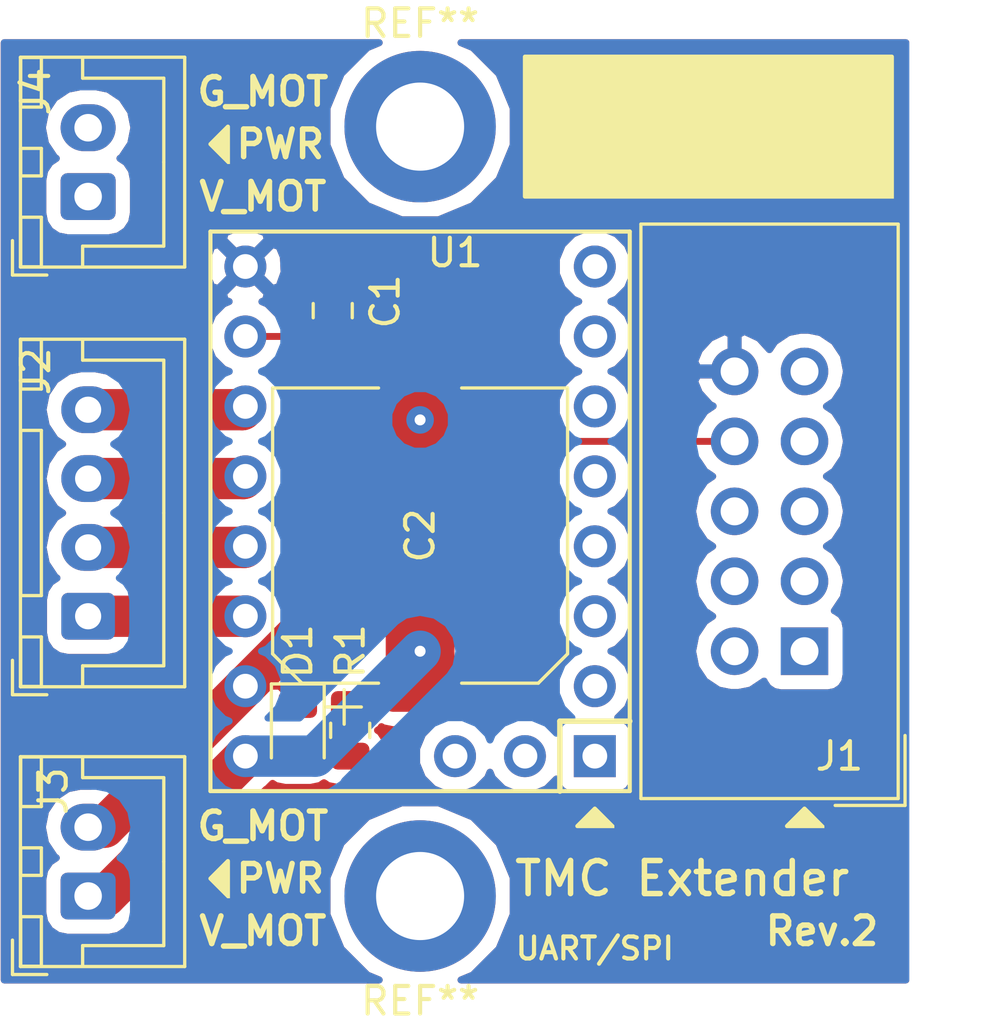
<source format=kicad_pcb>
(kicad_pcb (version 20171130) (host pcbnew 5.0.2+dfsg1-1)

  (general
    (thickness 1.6)
    (drawings 16)
    (tracks 67)
    (zones 0)
    (modules 11)
    (nets 18)
  )

  (page A4)
  (layers
    (0 F.Cu signal)
    (1 In1.Cu signal)
    (2 In2.Cu signal)
    (31 B.Cu signal)
    (32 B.Adhes user)
    (33 F.Adhes user)
    (34 B.Paste user)
    (35 F.Paste user)
    (36 B.SilkS user)
    (37 F.SilkS user)
    (38 B.Mask user)
    (39 F.Mask user)
    (40 Dwgs.User user)
    (41 Cmts.User user)
    (42 Eco1.User user)
    (43 Eco2.User user)
    (44 Edge.Cuts user)
    (45 Margin user)
    (46 B.CrtYd user)
    (47 F.CrtYd user)
    (48 B.Fab user)
    (49 F.Fab user)
  )

  (setup
    (last_trace_width 0.25)
    (trace_clearance 0.2)
    (zone_clearance 0.508)
    (zone_45_only no)
    (trace_min 0.2)
    (segment_width 0.2)
    (edge_width 0.15)
    (via_size 0.8)
    (via_drill 0.4)
    (via_min_size 0.4)
    (via_min_drill 0.3)
    (uvia_size 0.3)
    (uvia_drill 0.1)
    (uvias_allowed no)
    (uvia_min_size 0.2)
    (uvia_min_drill 0.1)
    (pcb_text_width 0.3)
    (pcb_text_size 1.5 1.5)
    (mod_edge_width 0.15)
    (mod_text_size 1 1)
    (mod_text_width 0.15)
    (pad_size 1.524 1.524)
    (pad_drill 0.762)
    (pad_to_mask_clearance 0.051)
    (solder_mask_min_width 0.25)
    (aux_axis_origin 0 0)
    (visible_elements FFFFFF7F)
    (pcbplotparams
      (layerselection 0x010fc_ffffffff)
      (usegerberextensions false)
      (usegerberattributes false)
      (usegerberadvancedattributes false)
      (creategerberjobfile false)
      (excludeedgelayer true)
      (linewidth 0.100000)
      (plotframeref false)
      (viasonmask false)
      (mode 1)
      (useauxorigin false)
      (hpglpennumber 1)
      (hpglpenspeed 20)
      (hpglpendiameter 15.000000)
      (psnegative false)
      (psa4output false)
      (plotreference true)
      (plotvalue true)
      (plotinvisibletext false)
      (padsonsilk false)
      (subtractmaskfromsilk false)
      (outputformat 1)
      (mirror false)
      (drillshape 1)
      (scaleselection 1)
      (outputdirectory ""))
  )

  (net 0 "")
  (net 1 VIO)
  (net 2 GND)
  (net 3 V_MOT)
  (net 4 G_MOT)
  (net 5 "Net-(D1-Pad2)")
  (net 6 EN)
  (net 7 DIAG)
  (net 8 MISO)
  (net 9 STEP)
  (net 10 SCK)
  (net 11 DIR)
  (net 12 CS)
  (net 13 MOSI)
  (net 14 "Net-(J2-Pad1)")
  (net 15 "Net-(J2-Pad2)")
  (net 16 "Net-(J2-Pad3)")
  (net 17 "Net-(J2-Pad4)")

  (net_class Default "This is the default net class."
    (clearance 0.2)
    (trace_width 0.25)
    (via_dia 0.8)
    (via_drill 0.4)
    (uvia_dia 0.3)
    (uvia_drill 0.1)
    (add_net CS)
    (add_net DIAG)
    (add_net DIR)
    (add_net EN)
    (add_net GND)
    (add_net G_MOT)
    (add_net MISO)
    (add_net MOSI)
    (add_net "Net-(D1-Pad2)")
    (add_net "Net-(J2-Pad1)")
    (add_net "Net-(J2-Pad2)")
    (add_net "Net-(J2-Pad3)")
    (add_net "Net-(J2-Pad4)")
    (add_net SCK)
    (add_net STEP)
    (add_net VIO)
    (add_net V_MOT)
  )

  (module Capacitor_SMD:C_0805_2012Metric (layer F.Cu) (tedit 5B36C52B) (tstamp 614E58D6)
    (at 145.415 81.6125 90)
    (descr "Capacitor SMD 0805 (2012 Metric), square (rectangular) end terminal, IPC_7351 nominal, (Body size source: https://docs.google.com/spreadsheets/d/1BsfQQcO9C6DZCsRaXUlFlo91Tg2WpOkGARC1WS5S8t0/edit?usp=sharing), generated with kicad-footprint-generator")
    (tags capacitor)
    (path /614AE4D6)
    (attr smd)
    (fp_text reference C1 (at 0.3325 1.905 90) (layer F.SilkS)
      (effects (font (size 1 1) (thickness 0.15)))
    )
    (fp_text value 100n (at 0 1.65 90) (layer F.Fab)
      (effects (font (size 1 1) (thickness 0.15)))
    )
    (fp_line (start -1 0.6) (end -1 -0.6) (layer F.Fab) (width 0.1))
    (fp_line (start -1 -0.6) (end 1 -0.6) (layer F.Fab) (width 0.1))
    (fp_line (start 1 -0.6) (end 1 0.6) (layer F.Fab) (width 0.1))
    (fp_line (start 1 0.6) (end -1 0.6) (layer F.Fab) (width 0.1))
    (fp_line (start -0.258578 -0.71) (end 0.258578 -0.71) (layer F.SilkS) (width 0.12))
    (fp_line (start -0.258578 0.71) (end 0.258578 0.71) (layer F.SilkS) (width 0.12))
    (fp_line (start -1.68 0.95) (end -1.68 -0.95) (layer F.CrtYd) (width 0.05))
    (fp_line (start -1.68 -0.95) (end 1.68 -0.95) (layer F.CrtYd) (width 0.05))
    (fp_line (start 1.68 -0.95) (end 1.68 0.95) (layer F.CrtYd) (width 0.05))
    (fp_line (start 1.68 0.95) (end -1.68 0.95) (layer F.CrtYd) (width 0.05))
    (fp_text user %R (at 0 0 90) (layer F.Fab)
      (effects (font (size 0.5 0.5) (thickness 0.08)))
    )
    (pad 1 smd roundrect (at -0.9375 0 90) (size 0.975 1.4) (layers F.Cu F.Paste F.Mask) (roundrect_rratio 0.25)
      (net 1 VIO))
    (pad 2 smd roundrect (at 0.9375 0 90) (size 0.975 1.4) (layers F.Cu F.Paste F.Mask) (roundrect_rratio 0.25)
      (net 2 GND))
    (model ${KISYS3DMOD}/Capacitor_SMD.3dshapes/C_0805_2012Metric.wrl
      (at (xyz 0 0 0))
      (scale (xyz 1 1 1))
      (rotate (xyz 0 0 0))
    )
  )

  (module Capacitor_SMD:CP_Elec_10x10.5 (layer F.Cu) (tedit 5BCA39D1) (tstamp 614E58FE)
    (at 148.59 89.78 90)
    (descr "SMD capacitor, aluminum electrolytic, Vishay 1010, 10.0x10.5mm, http://www.vishay.com/docs/28395/150crz.pdf")
    (tags "capacitor electrolytic")
    (path /614AE575)
    (attr smd)
    (fp_text reference C2 (at 0 0 90) (layer F.SilkS)
      (effects (font (size 1 1) (thickness 0.15)))
    )
    (fp_text value 100u (at 0 6.3 90) (layer F.Fab)
      (effects (font (size 1 1) (thickness 0.15)))
    )
    (fp_circle (center 0 0) (end 5 0) (layer F.Fab) (width 0.1))
    (fp_line (start 5.25 -5.25) (end 5.25 5.25) (layer F.Fab) (width 0.1))
    (fp_line (start -4.25 -5.25) (end 5.25 -5.25) (layer F.Fab) (width 0.1))
    (fp_line (start -4.25 5.25) (end 5.25 5.25) (layer F.Fab) (width 0.1))
    (fp_line (start -5.25 -4.25) (end -5.25 4.25) (layer F.Fab) (width 0.1))
    (fp_line (start -5.25 -4.25) (end -4.25 -5.25) (layer F.Fab) (width 0.1))
    (fp_line (start -5.25 4.25) (end -4.25 5.25) (layer F.Fab) (width 0.1))
    (fp_line (start -4.558325 -1.7) (end -3.558325 -1.7) (layer F.Fab) (width 0.1))
    (fp_line (start -4.058325 -2.2) (end -4.058325 -1.2) (layer F.Fab) (width 0.1))
    (fp_line (start 5.36 5.36) (end 5.36 1.51) (layer F.SilkS) (width 0.12))
    (fp_line (start 5.36 -5.36) (end 5.36 -1.51) (layer F.SilkS) (width 0.12))
    (fp_line (start -4.295563 -5.36) (end 5.36 -5.36) (layer F.SilkS) (width 0.12))
    (fp_line (start -4.295563 5.36) (end 5.36 5.36) (layer F.SilkS) (width 0.12))
    (fp_line (start -5.36 4.295563) (end -5.36 1.51) (layer F.SilkS) (width 0.12))
    (fp_line (start -5.36 -4.295563) (end -5.36 -1.51) (layer F.SilkS) (width 0.12))
    (fp_line (start -5.36 -4.295563) (end -4.295563 -5.36) (layer F.SilkS) (width 0.12))
    (fp_line (start -5.36 4.295563) (end -4.295563 5.36) (layer F.SilkS) (width 0.12))
    (fp_line (start -6.85 -2.76) (end -5.6 -2.76) (layer F.SilkS) (width 0.12))
    (fp_line (start -6.225 -3.385) (end -6.225 -2.135) (layer F.SilkS) (width 0.12))
    (fp_line (start 5.5 -5.5) (end 5.5 -1.5) (layer F.CrtYd) (width 0.05))
    (fp_line (start 5.5 -1.5) (end 6.65 -1.5) (layer F.CrtYd) (width 0.05))
    (fp_line (start 6.65 -1.5) (end 6.65 1.5) (layer F.CrtYd) (width 0.05))
    (fp_line (start 6.65 1.5) (end 5.5 1.5) (layer F.CrtYd) (width 0.05))
    (fp_line (start 5.5 1.5) (end 5.5 5.5) (layer F.CrtYd) (width 0.05))
    (fp_line (start -4.35 5.5) (end 5.5 5.5) (layer F.CrtYd) (width 0.05))
    (fp_line (start -4.35 -5.5) (end 5.5 -5.5) (layer F.CrtYd) (width 0.05))
    (fp_line (start -5.5 4.35) (end -4.35 5.5) (layer F.CrtYd) (width 0.05))
    (fp_line (start -5.5 -4.35) (end -4.35 -5.5) (layer F.CrtYd) (width 0.05))
    (fp_line (start -5.5 -4.35) (end -5.5 -1.5) (layer F.CrtYd) (width 0.05))
    (fp_line (start -5.5 1.5) (end -5.5 4.35) (layer F.CrtYd) (width 0.05))
    (fp_line (start -5.5 -1.5) (end -6.65 -1.5) (layer F.CrtYd) (width 0.05))
    (fp_line (start -6.65 -1.5) (end -6.65 1.5) (layer F.CrtYd) (width 0.05))
    (fp_line (start -6.65 1.5) (end -5.5 1.5) (layer F.CrtYd) (width 0.05))
    (fp_text user %R (at 0 0 90) (layer F.Fab)
      (effects (font (size 1 1) (thickness 0.15)))
    )
    (pad 1 smd roundrect (at -4.2 0 90) (size 4.4 2.5) (layers F.Cu F.Paste F.Mask) (roundrect_rratio 0.1)
      (net 3 V_MOT))
    (pad 2 smd roundrect (at 4.2 0 90) (size 4.4 2.5) (layers F.Cu F.Paste F.Mask) (roundrect_rratio 0.1)
      (net 4 G_MOT))
    (model ${KISYS3DMOD}/Capacitor_SMD.3dshapes/CP_Elec_10x10.5.wrl
      (at (xyz 0 0 0))
      (scale (xyz 1 1 1))
      (rotate (xyz 0 0 0))
    )
  )

  (module LED_SMD:LED_0805_2012Metric (layer F.Cu) (tedit 5B36C52C) (tstamp 614E5911)
    (at 144.145 96.8525 270)
    (descr "LED SMD 0805 (2012 Metric), square (rectangular) end terminal, IPC_7351 nominal, (Body size source: https://docs.google.com/spreadsheets/d/1BsfQQcO9C6DZCsRaXUlFlo91Tg2WpOkGARC1WS5S8t0/edit?usp=sharing), generated with kicad-footprint-generator")
    (tags diode)
    (path /614B006B)
    (attr smd)
    (fp_text reference D1 (at -2.8725 0 270) (layer F.SilkS)
      (effects (font (size 1 1) (thickness 0.15)))
    )
    (fp_text value LED (at 0 1.65 270) (layer F.Fab)
      (effects (font (size 1 1) (thickness 0.15)))
    )
    (fp_line (start 1 -0.6) (end -0.7 -0.6) (layer F.Fab) (width 0.1))
    (fp_line (start -0.7 -0.6) (end -1 -0.3) (layer F.Fab) (width 0.1))
    (fp_line (start -1 -0.3) (end -1 0.6) (layer F.Fab) (width 0.1))
    (fp_line (start -1 0.6) (end 1 0.6) (layer F.Fab) (width 0.1))
    (fp_line (start 1 0.6) (end 1 -0.6) (layer F.Fab) (width 0.1))
    (fp_line (start 1 -0.96) (end -1.685 -0.96) (layer F.SilkS) (width 0.12))
    (fp_line (start -1.685 -0.96) (end -1.685 0.96) (layer F.SilkS) (width 0.12))
    (fp_line (start -1.685 0.96) (end 1 0.96) (layer F.SilkS) (width 0.12))
    (fp_line (start -1.68 0.95) (end -1.68 -0.95) (layer F.CrtYd) (width 0.05))
    (fp_line (start -1.68 -0.95) (end 1.68 -0.95) (layer F.CrtYd) (width 0.05))
    (fp_line (start 1.68 -0.95) (end 1.68 0.95) (layer F.CrtYd) (width 0.05))
    (fp_line (start 1.68 0.95) (end -1.68 0.95) (layer F.CrtYd) (width 0.05))
    (fp_text user %R (at 0 0 270) (layer F.Fab)
      (effects (font (size 0.5 0.5) (thickness 0.08)))
    )
    (pad 1 smd roundrect (at -0.9375 0 270) (size 0.975 1.4) (layers F.Cu F.Paste F.Mask) (roundrect_rratio 0.25)
      (net 4 G_MOT))
    (pad 2 smd roundrect (at 0.9375 0 270) (size 0.975 1.4) (layers F.Cu F.Paste F.Mask) (roundrect_rratio 0.25)
      (net 5 "Net-(D1-Pad2)"))
    (model ${KISYS3DMOD}/LED_SMD.3dshapes/LED_0805_2012Metric.wrl
      (at (xyz 0 0 0))
      (scale (xyz 1 1 1))
      (rotate (xyz 0 0 0))
    )
  )

  (module Connector_IDC:IDC-Header_2x05_P2.54mm_Vertical (layer F.Cu) (tedit 59DE0611) (tstamp 614E5939)
    (at 162.56 93.98 180)
    (descr "Through hole straight IDC box header, 2x05, 2.54mm pitch, double rows")
    (tags "Through hole IDC box header THT 2x05 2.54mm double row")
    (path /614AE443)
    (fp_text reference J1 (at -1.27 -3.81 180) (layer F.SilkS)
      (effects (font (size 1 1) (thickness 0.15)))
    )
    (fp_text value Conn_02x05_Odd_Even (at 1.27 16.764 180) (layer F.Fab)
      (effects (font (size 1 1) (thickness 0.15)))
    )
    (fp_text user %R (at 1.27 5.08 180) (layer F.Fab)
      (effects (font (size 1 1) (thickness 0.15)))
    )
    (fp_line (start 5.695 -5.1) (end 5.695 15.26) (layer F.Fab) (width 0.1))
    (fp_line (start 5.145 -4.56) (end 5.145 14.7) (layer F.Fab) (width 0.1))
    (fp_line (start -3.155 -5.1) (end -3.155 15.26) (layer F.Fab) (width 0.1))
    (fp_line (start -2.605 -4.56) (end -2.605 2.83) (layer F.Fab) (width 0.1))
    (fp_line (start -2.605 7.33) (end -2.605 14.7) (layer F.Fab) (width 0.1))
    (fp_line (start -2.605 2.83) (end -3.155 2.83) (layer F.Fab) (width 0.1))
    (fp_line (start -2.605 7.33) (end -3.155 7.33) (layer F.Fab) (width 0.1))
    (fp_line (start 5.695 -5.1) (end -3.155 -5.1) (layer F.Fab) (width 0.1))
    (fp_line (start 5.145 -4.56) (end -2.605 -4.56) (layer F.Fab) (width 0.1))
    (fp_line (start 5.695 15.26) (end -3.155 15.26) (layer F.Fab) (width 0.1))
    (fp_line (start 5.145 14.7) (end -2.605 14.7) (layer F.Fab) (width 0.1))
    (fp_line (start 5.695 -5.1) (end 5.145 -4.56) (layer F.Fab) (width 0.1))
    (fp_line (start 5.695 15.26) (end 5.145 14.7) (layer F.Fab) (width 0.1))
    (fp_line (start -3.155 -5.1) (end -2.605 -4.56) (layer F.Fab) (width 0.1))
    (fp_line (start -3.155 15.26) (end -2.605 14.7) (layer F.Fab) (width 0.1))
    (fp_line (start 5.95 -5.35) (end 5.95 15.51) (layer F.CrtYd) (width 0.05))
    (fp_line (start 5.95 15.51) (end -3.41 15.51) (layer F.CrtYd) (width 0.05))
    (fp_line (start -3.41 15.51) (end -3.41 -5.35) (layer F.CrtYd) (width 0.05))
    (fp_line (start -3.41 -5.35) (end 5.95 -5.35) (layer F.CrtYd) (width 0.05))
    (fp_line (start 5.945 -5.35) (end 5.945 15.51) (layer F.SilkS) (width 0.12))
    (fp_line (start 5.945 15.51) (end -3.405 15.51) (layer F.SilkS) (width 0.12))
    (fp_line (start -3.405 15.51) (end -3.405 -5.35) (layer F.SilkS) (width 0.12))
    (fp_line (start -3.405 -5.35) (end 5.945 -5.35) (layer F.SilkS) (width 0.12))
    (fp_line (start -3.655 -5.6) (end -3.655 -3.06) (layer F.SilkS) (width 0.12))
    (fp_line (start -3.655 -5.6) (end -1.115 -5.6) (layer F.SilkS) (width 0.12))
    (pad 1 thru_hole rect (at 0 0 180) (size 1.7272 1.7272) (drill 1.016) (layers *.Cu *.Mask)
      (net 6 EN))
    (pad 2 thru_hole oval (at 2.54 0 180) (size 1.7272 1.7272) (drill 1.016) (layers *.Cu *.Mask)
      (net 7 DIAG))
    (pad 3 thru_hole oval (at 0 2.54 180) (size 1.7272 1.7272) (drill 1.016) (layers *.Cu *.Mask)
      (net 8 MISO))
    (pad 4 thru_hole oval (at 2.54 2.54 180) (size 1.7272 1.7272) (drill 1.016) (layers *.Cu *.Mask)
      (net 9 STEP))
    (pad 5 thru_hole oval (at 0 5.08 180) (size 1.7272 1.7272) (drill 1.016) (layers *.Cu *.Mask)
      (net 10 SCK))
    (pad 6 thru_hole oval (at 2.54 5.08 180) (size 1.7272 1.7272) (drill 1.016) (layers *.Cu *.Mask)
      (net 11 DIR))
    (pad 7 thru_hole oval (at 0 7.62 180) (size 1.7272 1.7272) (drill 1.016) (layers *.Cu *.Mask)
      (net 12 CS))
    (pad 8 thru_hole oval (at 2.54 7.62 180) (size 1.7272 1.7272) (drill 1.016) (layers *.Cu *.Mask)
      (net 1 VIO))
    (pad 9 thru_hole oval (at 0 10.16 180) (size 1.7272 1.7272) (drill 1.016) (layers *.Cu *.Mask)
      (net 13 MOSI))
    (pad 10 thru_hole oval (at 2.54 10.16 180) (size 1.7272 1.7272) (drill 1.016) (layers *.Cu *.Mask)
      (net 2 GND))
    (model ${KISYS3DMOD}/Connector_IDC.3dshapes/IDC-Header_2x05_P2.54mm_Vertical.wrl
      (at (xyz 0 0 0))
      (scale (xyz 1 1 1))
      (rotate (xyz 0 0 0))
    )
  )

  (module Connector_JST:JST_XH_B04B-XH-A_1x04_P2.50mm_Vertical (layer F.Cu) (tedit 5B7754C5) (tstamp 614E5964)
    (at 136.525 92.71 90)
    (descr "JST XH series connector, B04B-XH-A (http://www.jst-mfg.com/product/pdf/eng/eXH.pdf), generated with kicad-footprint-generator")
    (tags "connector JST XH side entry")
    (path /614AE678)
    (fp_text reference J2 (at 8.89 -1.905 90) (layer F.SilkS)
      (effects (font (size 1 1) (thickness 0.15)))
    )
    (fp_text value Motor (at 3.75 4.6 90) (layer F.Fab)
      (effects (font (size 1 1) (thickness 0.15)))
    )
    (fp_line (start -2.45 -2.35) (end -2.45 3.4) (layer F.Fab) (width 0.1))
    (fp_line (start -2.45 3.4) (end 9.95 3.4) (layer F.Fab) (width 0.1))
    (fp_line (start 9.95 3.4) (end 9.95 -2.35) (layer F.Fab) (width 0.1))
    (fp_line (start 9.95 -2.35) (end -2.45 -2.35) (layer F.Fab) (width 0.1))
    (fp_line (start -2.56 -2.46) (end -2.56 3.51) (layer F.SilkS) (width 0.12))
    (fp_line (start -2.56 3.51) (end 10.06 3.51) (layer F.SilkS) (width 0.12))
    (fp_line (start 10.06 3.51) (end 10.06 -2.46) (layer F.SilkS) (width 0.12))
    (fp_line (start 10.06 -2.46) (end -2.56 -2.46) (layer F.SilkS) (width 0.12))
    (fp_line (start -2.95 -2.85) (end -2.95 3.9) (layer F.CrtYd) (width 0.05))
    (fp_line (start -2.95 3.9) (end 10.45 3.9) (layer F.CrtYd) (width 0.05))
    (fp_line (start 10.45 3.9) (end 10.45 -2.85) (layer F.CrtYd) (width 0.05))
    (fp_line (start 10.45 -2.85) (end -2.95 -2.85) (layer F.CrtYd) (width 0.05))
    (fp_line (start -0.625 -2.35) (end 0 -1.35) (layer F.Fab) (width 0.1))
    (fp_line (start 0 -1.35) (end 0.625 -2.35) (layer F.Fab) (width 0.1))
    (fp_line (start 0.75 -2.45) (end 0.75 -1.7) (layer F.SilkS) (width 0.12))
    (fp_line (start 0.75 -1.7) (end 6.75 -1.7) (layer F.SilkS) (width 0.12))
    (fp_line (start 6.75 -1.7) (end 6.75 -2.45) (layer F.SilkS) (width 0.12))
    (fp_line (start 6.75 -2.45) (end 0.75 -2.45) (layer F.SilkS) (width 0.12))
    (fp_line (start -2.55 -2.45) (end -2.55 -1.7) (layer F.SilkS) (width 0.12))
    (fp_line (start -2.55 -1.7) (end -0.75 -1.7) (layer F.SilkS) (width 0.12))
    (fp_line (start -0.75 -1.7) (end -0.75 -2.45) (layer F.SilkS) (width 0.12))
    (fp_line (start -0.75 -2.45) (end -2.55 -2.45) (layer F.SilkS) (width 0.12))
    (fp_line (start 8.25 -2.45) (end 8.25 -1.7) (layer F.SilkS) (width 0.12))
    (fp_line (start 8.25 -1.7) (end 10.05 -1.7) (layer F.SilkS) (width 0.12))
    (fp_line (start 10.05 -1.7) (end 10.05 -2.45) (layer F.SilkS) (width 0.12))
    (fp_line (start 10.05 -2.45) (end 8.25 -2.45) (layer F.SilkS) (width 0.12))
    (fp_line (start -2.55 -0.2) (end -1.8 -0.2) (layer F.SilkS) (width 0.12))
    (fp_line (start -1.8 -0.2) (end -1.8 2.75) (layer F.SilkS) (width 0.12))
    (fp_line (start -1.8 2.75) (end 3.75 2.75) (layer F.SilkS) (width 0.12))
    (fp_line (start 10.05 -0.2) (end 9.3 -0.2) (layer F.SilkS) (width 0.12))
    (fp_line (start 9.3 -0.2) (end 9.3 2.75) (layer F.SilkS) (width 0.12))
    (fp_line (start 9.3 2.75) (end 3.75 2.75) (layer F.SilkS) (width 0.12))
    (fp_line (start -1.6 -2.75) (end -2.85 -2.75) (layer F.SilkS) (width 0.12))
    (fp_line (start -2.85 -2.75) (end -2.85 -1.5) (layer F.SilkS) (width 0.12))
    (fp_text user %R (at 3.75 2.7 90) (layer F.Fab)
      (effects (font (size 1 1) (thickness 0.15)))
    )
    (pad 1 thru_hole roundrect (at 0 0 90) (size 1.7 1.95) (drill 0.95) (layers *.Cu *.Mask) (roundrect_rratio 0.147059)
      (net 14 "Net-(J2-Pad1)"))
    (pad 2 thru_hole oval (at 2.5 0 90) (size 1.7 1.95) (drill 0.95) (layers *.Cu *.Mask)
      (net 15 "Net-(J2-Pad2)"))
    (pad 3 thru_hole oval (at 5 0 90) (size 1.7 1.95) (drill 0.95) (layers *.Cu *.Mask)
      (net 16 "Net-(J2-Pad3)"))
    (pad 4 thru_hole oval (at 7.5 0 90) (size 1.7 1.95) (drill 0.95) (layers *.Cu *.Mask)
      (net 17 "Net-(J2-Pad4)"))
    (model ${KISYS3DMOD}/Connector_JST.3dshapes/JST_XH_B04B-XH-A_1x04_P2.50mm_Vertical.wrl
      (at (xyz 0 0 0))
      (scale (xyz 1 1 1))
      (rotate (xyz 0 0 0))
    )
  )

  (module Connector_JST:JST_XH_B02B-XH-A_1x02_P2.50mm_Vertical (layer F.Cu) (tedit 5B7754C5) (tstamp 614E598D)
    (at 136.525 102.87 90)
    (descr "JST XH series connector, B02B-XH-A (http://www.jst-mfg.com/product/pdf/eng/eXH.pdf), generated with kicad-footprint-generator")
    (tags "connector JST XH side entry")
    (path /614AE8BB)
    (fp_text reference J3 (at 3.81 -1.27 90) (layer F.SilkS)
      (effects (font (size 1 1) (thickness 0.15)))
    )
    (fp_text value Power (at 1.25 4.6 90) (layer F.Fab)
      (effects (font (size 1 1) (thickness 0.15)))
    )
    (fp_line (start -2.45 -2.35) (end -2.45 3.4) (layer F.Fab) (width 0.1))
    (fp_line (start -2.45 3.4) (end 4.95 3.4) (layer F.Fab) (width 0.1))
    (fp_line (start 4.95 3.4) (end 4.95 -2.35) (layer F.Fab) (width 0.1))
    (fp_line (start 4.95 -2.35) (end -2.45 -2.35) (layer F.Fab) (width 0.1))
    (fp_line (start -2.56 -2.46) (end -2.56 3.51) (layer F.SilkS) (width 0.12))
    (fp_line (start -2.56 3.51) (end 5.06 3.51) (layer F.SilkS) (width 0.12))
    (fp_line (start 5.06 3.51) (end 5.06 -2.46) (layer F.SilkS) (width 0.12))
    (fp_line (start 5.06 -2.46) (end -2.56 -2.46) (layer F.SilkS) (width 0.12))
    (fp_line (start -2.95 -2.85) (end -2.95 3.9) (layer F.CrtYd) (width 0.05))
    (fp_line (start -2.95 3.9) (end 5.45 3.9) (layer F.CrtYd) (width 0.05))
    (fp_line (start 5.45 3.9) (end 5.45 -2.85) (layer F.CrtYd) (width 0.05))
    (fp_line (start 5.45 -2.85) (end -2.95 -2.85) (layer F.CrtYd) (width 0.05))
    (fp_line (start -0.625 -2.35) (end 0 -1.35) (layer F.Fab) (width 0.1))
    (fp_line (start 0 -1.35) (end 0.625 -2.35) (layer F.Fab) (width 0.1))
    (fp_line (start 0.75 -2.45) (end 0.75 -1.7) (layer F.SilkS) (width 0.12))
    (fp_line (start 0.75 -1.7) (end 1.75 -1.7) (layer F.SilkS) (width 0.12))
    (fp_line (start 1.75 -1.7) (end 1.75 -2.45) (layer F.SilkS) (width 0.12))
    (fp_line (start 1.75 -2.45) (end 0.75 -2.45) (layer F.SilkS) (width 0.12))
    (fp_line (start -2.55 -2.45) (end -2.55 -1.7) (layer F.SilkS) (width 0.12))
    (fp_line (start -2.55 -1.7) (end -0.75 -1.7) (layer F.SilkS) (width 0.12))
    (fp_line (start -0.75 -1.7) (end -0.75 -2.45) (layer F.SilkS) (width 0.12))
    (fp_line (start -0.75 -2.45) (end -2.55 -2.45) (layer F.SilkS) (width 0.12))
    (fp_line (start 3.25 -2.45) (end 3.25 -1.7) (layer F.SilkS) (width 0.12))
    (fp_line (start 3.25 -1.7) (end 5.05 -1.7) (layer F.SilkS) (width 0.12))
    (fp_line (start 5.05 -1.7) (end 5.05 -2.45) (layer F.SilkS) (width 0.12))
    (fp_line (start 5.05 -2.45) (end 3.25 -2.45) (layer F.SilkS) (width 0.12))
    (fp_line (start -2.55 -0.2) (end -1.8 -0.2) (layer F.SilkS) (width 0.12))
    (fp_line (start -1.8 -0.2) (end -1.8 2.75) (layer F.SilkS) (width 0.12))
    (fp_line (start -1.8 2.75) (end 1.25 2.75) (layer F.SilkS) (width 0.12))
    (fp_line (start 5.05 -0.2) (end 4.3 -0.2) (layer F.SilkS) (width 0.12))
    (fp_line (start 4.3 -0.2) (end 4.3 2.75) (layer F.SilkS) (width 0.12))
    (fp_line (start 4.3 2.75) (end 1.25 2.75) (layer F.SilkS) (width 0.12))
    (fp_line (start -1.6 -2.75) (end -2.85 -2.75) (layer F.SilkS) (width 0.12))
    (fp_line (start -2.85 -2.75) (end -2.85 -1.5) (layer F.SilkS) (width 0.12))
    (fp_text user %R (at 1.25 2.7 90) (layer F.Fab)
      (effects (font (size 1 1) (thickness 0.15)))
    )
    (pad 1 thru_hole roundrect (at 0 0 90) (size 1.7 2) (drill 1) (layers *.Cu *.Mask) (roundrect_rratio 0.147059)
      (net 3 V_MOT))
    (pad 2 thru_hole oval (at 2.5 0 90) (size 1.7 2) (drill 1) (layers *.Cu *.Mask)
      (net 4 G_MOT))
    (model ${KISYS3DMOD}/Connector_JST.3dshapes/JST_XH_B02B-XH-A_1x02_P2.50mm_Vertical.wrl
      (at (xyz 0 0 0))
      (scale (xyz 1 1 1))
      (rotate (xyz 0 0 0))
    )
  )

  (module Connector_JST:JST_XH_B02B-XH-A_1x02_P2.50mm_Vertical (layer F.Cu) (tedit 5B7754C5) (tstamp 614E59B6)
    (at 136.525 77.47 90)
    (descr "JST XH series connector, B02B-XH-A (http://www.jst-mfg.com/product/pdf/eng/eXH.pdf), generated with kicad-footprint-generator")
    (tags "connector JST XH side entry")
    (path /614AEA1E)
    (fp_text reference J4 (at 3.81 -1.905 90) (layer F.SilkS)
      (effects (font (size 1 1) (thickness 0.15)))
    )
    (fp_text value Power (at 1.905 5.08 90) (layer F.Fab)
      (effects (font (size 1 1) (thickness 0.15)))
    )
    (fp_text user %R (at 1.25 2.7 90) (layer F.Fab)
      (effects (font (size 1 1) (thickness 0.15)))
    )
    (fp_line (start -2.85 -2.75) (end -2.85 -1.5) (layer F.SilkS) (width 0.12))
    (fp_line (start -1.6 -2.75) (end -2.85 -2.75) (layer F.SilkS) (width 0.12))
    (fp_line (start 4.3 2.75) (end 1.25 2.75) (layer F.SilkS) (width 0.12))
    (fp_line (start 4.3 -0.2) (end 4.3 2.75) (layer F.SilkS) (width 0.12))
    (fp_line (start 5.05 -0.2) (end 4.3 -0.2) (layer F.SilkS) (width 0.12))
    (fp_line (start -1.8 2.75) (end 1.25 2.75) (layer F.SilkS) (width 0.12))
    (fp_line (start -1.8 -0.2) (end -1.8 2.75) (layer F.SilkS) (width 0.12))
    (fp_line (start -2.55 -0.2) (end -1.8 -0.2) (layer F.SilkS) (width 0.12))
    (fp_line (start 5.05 -2.45) (end 3.25 -2.45) (layer F.SilkS) (width 0.12))
    (fp_line (start 5.05 -1.7) (end 5.05 -2.45) (layer F.SilkS) (width 0.12))
    (fp_line (start 3.25 -1.7) (end 5.05 -1.7) (layer F.SilkS) (width 0.12))
    (fp_line (start 3.25 -2.45) (end 3.25 -1.7) (layer F.SilkS) (width 0.12))
    (fp_line (start -0.75 -2.45) (end -2.55 -2.45) (layer F.SilkS) (width 0.12))
    (fp_line (start -0.75 -1.7) (end -0.75 -2.45) (layer F.SilkS) (width 0.12))
    (fp_line (start -2.55 -1.7) (end -0.75 -1.7) (layer F.SilkS) (width 0.12))
    (fp_line (start -2.55 -2.45) (end -2.55 -1.7) (layer F.SilkS) (width 0.12))
    (fp_line (start 1.75 -2.45) (end 0.75 -2.45) (layer F.SilkS) (width 0.12))
    (fp_line (start 1.75 -1.7) (end 1.75 -2.45) (layer F.SilkS) (width 0.12))
    (fp_line (start 0.75 -1.7) (end 1.75 -1.7) (layer F.SilkS) (width 0.12))
    (fp_line (start 0.75 -2.45) (end 0.75 -1.7) (layer F.SilkS) (width 0.12))
    (fp_line (start 0 -1.35) (end 0.625 -2.35) (layer F.Fab) (width 0.1))
    (fp_line (start -0.625 -2.35) (end 0 -1.35) (layer F.Fab) (width 0.1))
    (fp_line (start 5.45 -2.85) (end -2.95 -2.85) (layer F.CrtYd) (width 0.05))
    (fp_line (start 5.45 3.9) (end 5.45 -2.85) (layer F.CrtYd) (width 0.05))
    (fp_line (start -2.95 3.9) (end 5.45 3.9) (layer F.CrtYd) (width 0.05))
    (fp_line (start -2.95 -2.85) (end -2.95 3.9) (layer F.CrtYd) (width 0.05))
    (fp_line (start 5.06 -2.46) (end -2.56 -2.46) (layer F.SilkS) (width 0.12))
    (fp_line (start 5.06 3.51) (end 5.06 -2.46) (layer F.SilkS) (width 0.12))
    (fp_line (start -2.56 3.51) (end 5.06 3.51) (layer F.SilkS) (width 0.12))
    (fp_line (start -2.56 -2.46) (end -2.56 3.51) (layer F.SilkS) (width 0.12))
    (fp_line (start 4.95 -2.35) (end -2.45 -2.35) (layer F.Fab) (width 0.1))
    (fp_line (start 4.95 3.4) (end 4.95 -2.35) (layer F.Fab) (width 0.1))
    (fp_line (start -2.45 3.4) (end 4.95 3.4) (layer F.Fab) (width 0.1))
    (fp_line (start -2.45 -2.35) (end -2.45 3.4) (layer F.Fab) (width 0.1))
    (pad 2 thru_hole oval (at 2.5 0 90) (size 1.7 2) (drill 1) (layers *.Cu *.Mask)
      (net 4 G_MOT))
    (pad 1 thru_hole roundrect (at 0 0 90) (size 1.7 2) (drill 1) (layers *.Cu *.Mask) (roundrect_rratio 0.147059)
      (net 3 V_MOT))
    (model ${KISYS3DMOD}/Connector_JST.3dshapes/JST_XH_B02B-XH-A_1x02_P2.50mm_Vertical.wrl
      (at (xyz 0 0 0))
      (scale (xyz 1 1 1))
      (rotate (xyz 0 0 0))
    )
  )

  (module Resistor_SMD:R_0805_2012Metric (layer F.Cu) (tedit 5B36C52B) (tstamp 614E59C7)
    (at 146.05 96.8525 270)
    (descr "Resistor SMD 0805 (2012 Metric), square (rectangular) end terminal, IPC_7351 nominal, (Body size source: https://docs.google.com/spreadsheets/d/1BsfQQcO9C6DZCsRaXUlFlo91Tg2WpOkGARC1WS5S8t0/edit?usp=sharing), generated with kicad-footprint-generator")
    (tags resistor)
    (path /614AFF98)
    (attr smd)
    (fp_text reference R1 (at -2.8725 0 270) (layer F.SilkS)
      (effects (font (size 1 1) (thickness 0.15)))
    )
    (fp_text value R (at 0 1.65 270) (layer F.Fab)
      (effects (font (size 1 1) (thickness 0.15)))
    )
    (fp_line (start -1 0.6) (end -1 -0.6) (layer F.Fab) (width 0.1))
    (fp_line (start -1 -0.6) (end 1 -0.6) (layer F.Fab) (width 0.1))
    (fp_line (start 1 -0.6) (end 1 0.6) (layer F.Fab) (width 0.1))
    (fp_line (start 1 0.6) (end -1 0.6) (layer F.Fab) (width 0.1))
    (fp_line (start -0.258578 -0.71) (end 0.258578 -0.71) (layer F.SilkS) (width 0.12))
    (fp_line (start -0.258578 0.71) (end 0.258578 0.71) (layer F.SilkS) (width 0.12))
    (fp_line (start -1.68 0.95) (end -1.68 -0.95) (layer F.CrtYd) (width 0.05))
    (fp_line (start -1.68 -0.95) (end 1.68 -0.95) (layer F.CrtYd) (width 0.05))
    (fp_line (start 1.68 -0.95) (end 1.68 0.95) (layer F.CrtYd) (width 0.05))
    (fp_line (start 1.68 0.95) (end -1.68 0.95) (layer F.CrtYd) (width 0.05))
    (fp_text user %R (at 0 0 270) (layer F.Fab)
      (effects (font (size 0.5 0.5) (thickness 0.08)))
    )
    (pad 1 smd roundrect (at -0.9375 0 270) (size 0.975 1.4) (layers F.Cu F.Paste F.Mask) (roundrect_rratio 0.25)
      (net 3 V_MOT))
    (pad 2 smd roundrect (at 0.9375 0 270) (size 0.975 1.4) (layers F.Cu F.Paste F.Mask) (roundrect_rratio 0.25)
      (net 5 "Net-(D1-Pad2)"))
    (model ${KISYS3DMOD}/Resistor_SMD.3dshapes/R_0805_2012Metric.wrl
      (at (xyz 0 0 0))
      (scale (xyz 1 1 1))
      (rotate (xyz 0 0 0))
    )
  )

  (module custom-footprints:TMC-step-stick (layer F.Cu) (tedit 60F3D74F) (tstamp 614E59E5)
    (at 149.86 80.01 180)
    (path /614AE31F)
    (fp_text reference U1 (at 0 0.5 180) (layer F.SilkS)
      (effects (font (size 1 1) (thickness 0.15)))
    )
    (fp_text value TMC-step-stick (at 0 -0.5 180) (layer F.Fab)
      (effects (font (size 1 1) (thickness 0.15)))
    )
    (fp_line (start -6.35 -19.05) (end 8.89 -19.05) (layer F.SilkS) (width 0.15))
    (fp_line (start 8.89 -19.05) (end 8.89 1.27) (layer F.SilkS) (width 0.15))
    (fp_line (start 8.89 1.27) (end -6.35 1.27) (layer F.SilkS) (width 0.15))
    (fp_line (start -6.35 1.27) (end -6.35 -19.05) (layer F.SilkS) (width 0.15))
    (fp_line (start -6.35 -19.05) (end 8.89 -19.05) (layer F.CrtYd) (width 0.15))
    (fp_line (start 8.89 -19.05) (end 8.89 1.27) (layer F.CrtYd) (width 0.15))
    (fp_line (start 8.89 1.27) (end -6.35 1.27) (layer F.CrtYd) (width 0.15))
    (fp_line (start -6.35 1.27) (end -6.35 -19.05) (layer F.CrtYd) (width 0.15))
    (pad 1 thru_hole rect (at -5.08 -17.78 180) (size 1.524 1.524) (drill 0.9) (layers *.Cu *.Mask)
      (net 6 EN))
    (pad 2 thru_hole circle (at -5.08 -15.24 180) (size 1.524 1.524) (drill 0.9) (layers *.Cu *.Mask)
      (net 8 MISO))
    (pad 3 thru_hole circle (at -5.08 -12.7 180) (size 1.524 1.524) (drill 0.9) (layers *.Cu *.Mask)
      (net 10 SCK))
    (pad 4 thru_hole circle (at -5.08 -10.16 180) (size 1.524 1.524) (drill 0.9) (layers *.Cu *.Mask)
      (net 12 CS))
    (pad 5 thru_hole circle (at -5.08 -7.62 180) (size 1.524 1.524) (drill 0.9) (layers *.Cu *.Mask)
      (net 13 MOSI))
    (pad 6 thru_hole circle (at -5.08 -5.08 180) (size 1.524 1.524) (drill 0.9) (layers *.Cu *.Mask))
    (pad 7 thru_hole circle (at -5.08 -2.54 180) (size 1.524 1.524) (drill 0.9) (layers *.Cu *.Mask)
      (net 9 STEP))
    (pad 8 thru_hole circle (at -5.08 0 180) (size 1.524 1.524) (drill 0.9) (layers *.Cu *.Mask)
      (net 11 DIR))
    (pad 9 thru_hole circle (at 7.62 0 180) (size 1.524 1.524) (drill 0.9) (layers *.Cu *.Mask)
      (net 2 GND))
    (pad 10 thru_hole circle (at 7.62 -2.54 180) (size 1.524 1.524) (drill 0.9) (layers *.Cu *.Mask)
      (net 1 VIO))
    (pad 11 thru_hole circle (at 7.62 -5.08 180) (size 1.524 1.524) (drill 0.9) (layers *.Cu *.Mask)
      (net 17 "Net-(J2-Pad4)"))
    (pad 12 thru_hole circle (at 7.62 -7.62 180) (size 1.524 1.524) (drill 0.9) (layers *.Cu *.Mask)
      (net 16 "Net-(J2-Pad3)"))
    (pad 13 thru_hole circle (at 7.62 -10.16 180) (size 1.524 1.524) (drill 0.9) (layers *.Cu *.Mask)
      (net 15 "Net-(J2-Pad2)"))
    (pad 14 thru_hole circle (at 7.62 -12.7 180) (size 1.524 1.524) (drill 0.9) (layers *.Cu *.Mask)
      (net 14 "Net-(J2-Pad1)"))
    (pad 15 thru_hole circle (at 7.62 -15.24 180) (size 1.524 1.524) (drill 0.9) (layers *.Cu *.Mask)
      (net 4 G_MOT))
    (pad 16 thru_hole circle (at 7.62 -17.78 180) (size 1.524 1.524) (drill 0.9) (layers *.Cu *.Mask)
      (net 3 V_MOT))
    (pad 17 thru_hole circle (at -2.54 -17.78 180) (size 1.524 1.524) (drill 0.9) (layers *.Cu *.Mask))
    (pad 18 thru_hole circle (at 0 -17.78 180) (size 1.524 1.524) (drill 0.9) (layers *.Cu *.Mask)
      (net 7 DIAG))
  )

  (module MountingHole:MountingHole_3.2mm_M3_ISO14580_Pad (layer F.Cu) (tedit 56D1B4CB) (tstamp 614E6E0A)
    (at 148.59 102.87)
    (descr "Mounting Hole 3.2mm, M3, ISO14580")
    (tags "mounting hole 3.2mm m3 iso14580")
    (attr virtual)
    (fp_text reference REF** (at 0 3.81) (layer F.SilkS)
      (effects (font (size 1 1) (thickness 0.15)))
    )
    (fp_text value MountingHole_3.2mm_M3_ISO14580_Pad (at 0 3.75) (layer F.Fab)
      (effects (font (size 1 1) (thickness 0.15)))
    )
    (fp_circle (center 0 0) (end 3 0) (layer F.CrtYd) (width 0.05))
    (fp_circle (center 0 0) (end 2.75 0) (layer Cmts.User) (width 0.15))
    (fp_text user %R (at 0.3 0) (layer F.Fab)
      (effects (font (size 1 1) (thickness 0.15)))
    )
    (pad 1 thru_hole circle (at 0 0) (size 5.5 5.5) (drill 3.2) (layers *.Cu *.Mask))
  )

  (module MountingHole:MountingHole_3.2mm_M3_ISO14580_Pad (layer F.Cu) (tedit 56D1B4CB) (tstamp 614E6EA7)
    (at 148.59 74.93)
    (descr "Mounting Hole 3.2mm, M3, ISO14580")
    (tags "mounting hole 3.2mm m3 iso14580")
    (attr virtual)
    (fp_text reference REF** (at 0 -3.75) (layer F.SilkS)
      (effects (font (size 1 1) (thickness 0.15)))
    )
    (fp_text value MountingHole_3.2mm_M3_ISO14580_Pad (at 0 3.75) (layer F.Fab)
      (effects (font (size 1 1) (thickness 0.15)))
    )
    (fp_circle (center 0 0) (end 3 0) (layer F.CrtYd) (width 0.05))
    (fp_circle (center 0 0) (end 2.75 0) (layer Cmts.User) (width 0.15))
    (fp_text user %R (at 0.3 0) (layer F.Fab)
      (effects (font (size 1 1) (thickness 0.15)))
    )
    (pad 1 thru_hole circle (at 0 0) (size 5.5 5.5) (drill 3.2) (layers *.Cu *.Mask))
  )

  (gr_text UART/SPI (at 154.94 104.775) (layer F.SilkS)
    (effects (font (size 0.8 0.8) (thickness 0.15)))
  )
  (gr_poly (pts (xy 165.735 72.39) (xy 165.735 77.47) (xy 152.4 77.47) (xy 152.4 72.39)) (layer F.SilkS) (width 0.15))
  (gr_text Rev.2 (at 163.195 104.14) (layer F.SilkS)
    (effects (font (size 1 1) (thickness 0.2)))
  )
  (gr_text "TMC Extender" (at 158.115 102.235) (layer F.SilkS)
    (effects (font (size 1.2 1.2) (thickness 0.2)))
  )
  (gr_poly (pts (xy 162.56 99.695) (xy 161.925 100.33) (xy 163.195 100.33)) (layer F.SilkS) (width 0.15))
  (gr_text PWR (at 143.51 75.565) (layer F.SilkS)
    (effects (font (size 1 1) (thickness 0.2)))
  )
  (gr_poly (pts (xy 141.605 74.93) (xy 140.97 75.565) (xy 141.605 76.2)) (layer F.SilkS) (width 0.15))
  (gr_text G_MOT (at 142.875 73.66) (layer F.SilkS)
    (effects (font (size 1 1) (thickness 0.2)))
  )
  (gr_text V_MOT (at 142.875 77.47) (layer F.SilkS)
    (effects (font (size 1 1) (thickness 0.2)))
  )
  (gr_poly (pts (xy 141.605 101.6) (xy 140.97 102.235) (xy 141.605 102.87)) (layer F.SilkS) (width 0.15))
  (gr_text V_MOT (at 142.875 104.14) (layer F.SilkS)
    (effects (font (size 1 1) (thickness 0.2)))
  )
  (gr_text G_MOT (at 142.875 100.33) (layer F.SilkS)
    (effects (font (size 1 1) (thickness 0.2)))
  )
  (gr_text PWR (at 143.51 102.235) (layer F.SilkS)
    (effects (font (size 1 1) (thickness 0.2)))
  )
  (gr_poly (pts (xy 154.94 99.695) (xy 154.305 100.33) (xy 155.575 100.33)) (layer F.SilkS) (width 0.15))
  (gr_line (start 153.67 96.52) (end 156.21 96.52) (layer F.SilkS) (width 0.2))
  (gr_line (start 153.67 99.06) (end 153.67 96.52) (layer F.SilkS) (width 0.2))

  (segment (start 153.13319 86.36) (end 149.32319 82.55) (width 0.25) (layer F.Cu) (net 1))
  (segment (start 146.215 82.55) (end 145.415 82.55) (width 0.25) (layer F.Cu) (net 1))
  (segment (start 149.32319 82.55) (end 146.215 82.55) (width 0.25) (layer F.Cu) (net 1))
  (segment (start 160.02 86.36) (end 153.13319 86.36) (width 0.25) (layer F.Cu) (net 1))
  (segment (start 145.415 82.55) (end 142.24 82.55) (width 0.25) (layer F.Cu) (net 1))
  (via (at 148.59 93.98) (size 1) (drill 0.4) (layers F.Cu B.Cu) (net 3))
  (segment (start 144.78 97.79) (end 148.59 93.98) (width 1.5) (layer B.Cu) (net 3))
  (segment (start 142.24 97.79) (end 144.78 97.79) (width 1.5) (layer B.Cu) (net 3))
  (segment (start 137.16 102.87) (end 142.24 97.79) (width 1.5) (layer F.Cu) (net 3))
  (segment (start 136.525 102.87) (end 137.16 102.87) (width 1.5) (layer F.Cu) (net 3))
  (segment (start 139.065 94.615) (end 142.24 97.79) (width 1.5) (layer In1.Cu) (net 3))
  (segment (start 136.525 77.47) (end 139.065 80.01) (width 1.5) (layer In1.Cu) (net 3))
  (segment (start 139.065 80.01) (end 139.065 94.615) (width 1.5) (layer In1.Cu) (net 3))
  (segment (start 147.985 93.98) (end 148.59 93.98) (width 0.25) (layer F.Cu) (net 3))
  (segment (start 146.05 95.915) (end 147.985 93.98) (width 0.25) (layer F.Cu) (net 3))
  (segment (start 142.24 95.25) (end 144.78 92.71) (width 1.5) (layer F.Cu) (net 4))
  (segment (start 144.78 89.39) (end 148.59 85.58) (width 1.5) (layer F.Cu) (net 4))
  (segment (start 144.78 92.71) (end 144.78 89.39) (width 1.5) (layer F.Cu) (net 4))
  (segment (start 137.12 100.37) (end 142.24 95.25) (width 1.5) (layer F.Cu) (net 4))
  (segment (start 136.525 100.37) (end 137.12 100.37) (width 1.5) (layer F.Cu) (net 4))
  (segment (start 148.59 85.58) (end 148.59 85.58) (width 1.5) (layer F.Cu) (net 4) (tstamp 614E7309))
  (via (at 148.59 85.58) (size 1) (drill 0.4) (layers F.Cu B.Cu) (net 4) (status 1000000))
  (segment (start 136.525 74.97) (end 142.28 74.97) (width 1.5) (layer In1.Cu) (net 4))
  (segment (start 148.59 81.28) (end 148.59 83.82) (width 1.5) (layer In1.Cu) (net 4))
  (segment (start 142.28 74.97) (end 148.59 81.28) (width 1.5) (layer In1.Cu) (net 4))
  (segment (start 143.48 95.25) (end 144.145 95.915) (width 0.25) (layer F.Cu) (net 4))
  (segment (start 142.24 95.25) (end 143.48 95.25) (width 0.25) (layer F.Cu) (net 4))
  (segment (start 148.59 83.82) (end 148.59 85.58) (width 1.5) (layer In1.Cu) (net 4) (tstamp 614E918B))
  (segment (start 144.145 97.79) (end 146.05 97.79) (width 0.25) (layer F.Cu) (net 5))
  (segment (start 162.56 95.0936) (end 162.56 93.98) (width 0.25) (layer In2.Cu) (net 6))
  (segment (start 159.8636 97.79) (end 162.56 95.0936) (width 0.25) (layer In2.Cu) (net 6))
  (segment (start 154.94 97.79) (end 159.8636 97.79) (width 0.25) (layer In2.Cu) (net 6))
  (segment (start 159.156401 94.843599) (end 160.02 93.98) (width 0.25) (layer In2.Cu) (net 7))
  (segment (start 157.662999 96.337001) (end 159.156401 94.843599) (width 0.25) (layer In2.Cu) (net 7))
  (segment (start 151.312999 96.337001) (end 157.662999 96.337001) (width 0.25) (layer In2.Cu) (net 7))
  (segment (start 149.86 97.79) (end 151.312999 96.337001) (width 0.25) (layer In2.Cu) (net 7))
  (segment (start 161.696401 92.303599) (end 162.56 91.44) (width 0.25) (layer In2.Cu) (net 8))
  (segment (start 161.208601 92.791399) (end 161.696401 92.303599) (width 0.25) (layer In2.Cu) (net 8))
  (segment (start 157.398601 92.791399) (end 161.208601 92.791399) (width 0.25) (layer In2.Cu) (net 8))
  (segment (start 154.94 95.25) (end 157.398601 92.791399) (width 0.25) (layer In2.Cu) (net 8))
  (segment (start 154.94 82.55) (end 156.21 82.55) (width 0.25) (layer In1.Cu) (net 9))
  (segment (start 159.156401 90.576401) (end 160.02 91.44) (width 0.25) (layer In1.Cu) (net 9))
  (segment (start 157.66499 89.08499) (end 159.156401 90.576401) (width 0.25) (layer In1.Cu) (net 9))
  (segment (start 157.66499 84.00499) (end 157.66499 89.08499) (width 0.25) (layer In1.Cu) (net 9))
  (segment (start 156.21 82.55) (end 157.66499 84.00499) (width 0.25) (layer In1.Cu) (net 9))
  (segment (start 161.696401 89.763599) (end 162.56 88.9) (width 0.25) (layer In2.Cu) (net 10))
  (segment (start 161.371399 90.088601) (end 161.696401 89.763599) (width 0.25) (layer In2.Cu) (net 10))
  (segment (start 157.561399 90.088601) (end 161.371399 90.088601) (width 0.25) (layer In2.Cu) (net 10))
  (segment (start 154.94 92.71) (end 157.561399 90.088601) (width 0.25) (layer In2.Cu) (net 10))
  (segment (start 154.94 80.01) (end 158.115 83.185) (width 0.25) (layer In1.Cu) (net 11))
  (segment (start 158.115 86.995) (end 160.02 88.9) (width 0.25) (layer In1.Cu) (net 11))
  (segment (start 158.115 83.185) (end 158.115 86.995) (width 0.25) (layer In1.Cu) (net 11))
  (segment (start 161.696401 87.223599) (end 162.56 86.36) (width 0.25) (layer In2.Cu) (net 12))
  (segment (start 161.208601 87.711399) (end 161.696401 87.223599) (width 0.25) (layer In2.Cu) (net 12))
  (segment (start 157.398601 87.711399) (end 161.208601 87.711399) (width 0.25) (layer In2.Cu) (net 12))
  (segment (start 154.94 90.17) (end 157.398601 87.711399) (width 0.25) (layer In2.Cu) (net 12))
  (segment (start 161.208601 85.171399) (end 161.696401 84.683599) (width 0.25) (layer In2.Cu) (net 13))
  (segment (start 157.398601 85.171399) (end 161.208601 85.171399) (width 0.25) (layer In2.Cu) (net 13))
  (segment (start 161.696401 84.683599) (end 162.56 83.82) (width 0.25) (layer In2.Cu) (net 13))
  (segment (start 154.94 87.63) (end 157.398601 85.171399) (width 0.25) (layer In2.Cu) (net 13))
  (segment (start 136.525 92.71) (end 142.24 92.71) (width 1.5) (layer F.Cu) (net 14))
  (segment (start 142.2 90.21) (end 142.24 90.17) (width 1.5) (layer F.Cu) (net 15))
  (segment (start 136.525 90.21) (end 142.2 90.21) (width 1.5) (layer F.Cu) (net 15))
  (segment (start 142.16 87.71) (end 142.24 87.63) (width 1.5) (layer F.Cu) (net 16))
  (segment (start 136.525 87.71) (end 142.16 87.71) (width 1.5) (layer F.Cu) (net 16))
  (segment (start 142.12 85.21) (end 142.24 85.09) (width 1.5) (layer F.Cu) (net 17))
  (segment (start 136.525 85.21) (end 142.12 85.21) (width 1.5) (layer F.Cu) (net 17))

  (zone (net 2) (net_name GND) (layer B.Cu) (tstamp 614EA67C) (hatch edge 0.508)
    (connect_pads (clearance 0.508))
    (min_thickness 0.254)
    (fill yes (arc_segments 16) (thermal_gap 0.508) (thermal_bridge_width 0.508))
    (polygon
      (pts
        (xy 133.35 71.755) (xy 165.1 71.755) (xy 166.37 71.755) (xy 166.37 106.045) (xy 133.35 106.045)
      )
    )
    (filled_polygon
      (pts
        (xy 146.672552 72.060336) (xy 145.720336 73.012552) (xy 145.205 74.256682) (xy 145.205 75.603318) (xy 145.720336 76.847448)
        (xy 146.672552 77.799664) (xy 147.916682 78.315) (xy 149.263318 78.315) (xy 150.507448 77.799664) (xy 151.459664 76.847448)
        (xy 151.975 75.603318) (xy 151.975 74.256682) (xy 151.459664 73.012552) (xy 150.507448 72.060336) (xy 150.076907 71.882)
        (xy 166.243 71.882) (xy 166.243 105.918) (xy 150.076907 105.918) (xy 150.507448 105.739664) (xy 151.459664 104.787448)
        (xy 151.975 103.543318) (xy 151.975 102.196682) (xy 151.459664 100.952552) (xy 150.507448 100.000336) (xy 149.263318 99.485)
        (xy 147.916682 99.485) (xy 146.672552 100.000336) (xy 145.720336 100.952552) (xy 145.205 102.196682) (xy 145.205 103.543318)
        (xy 145.720336 104.787448) (xy 146.672552 105.739664) (xy 147.103093 105.918) (xy 133.477 105.918) (xy 133.477 100.37)
        (xy 134.860908 100.37) (xy 134.976161 100.949418) (xy 135.304375 101.440625) (xy 135.368156 101.483242) (xy 135.140414 101.635414)
        (xy 134.945874 101.926565) (xy 134.87756 102.27) (xy 134.87756 103.47) (xy 134.945874 103.813435) (xy 135.140414 104.104586)
        (xy 135.431565 104.299126) (xy 135.775 104.36744) (xy 137.275 104.36744) (xy 137.618435 104.299126) (xy 137.909586 104.104586)
        (xy 138.104126 103.813435) (xy 138.17244 103.47) (xy 138.17244 102.27) (xy 138.104126 101.926565) (xy 137.909586 101.635414)
        (xy 137.681844 101.483242) (xy 137.745625 101.440625) (xy 138.073839 100.949418) (xy 138.189092 100.37) (xy 138.073839 99.790582)
        (xy 137.745625 99.299375) (xy 137.254418 98.971161) (xy 136.821256 98.885) (xy 136.228744 98.885) (xy 135.795582 98.971161)
        (xy 135.304375 99.299375) (xy 134.976161 99.790582) (xy 134.860908 100.37) (xy 133.477 100.37) (xy 133.477 97.79)
        (xy 140.827867 97.79) (xy 140.843 97.866079) (xy 140.843 98.067881) (xy 140.920226 98.254322) (xy 140.935359 98.3304)
        (xy 140.978454 98.394896) (xy 141.05568 98.581337) (xy 141.198376 98.724033) (xy 141.241471 98.788529) (xy 141.305967 98.831624)
        (xy 141.448663 98.97432) (xy 141.635104 99.051546) (xy 141.6996 99.094641) (xy 141.775678 99.109774) (xy 141.962119 99.187)
        (xy 142.517881 99.187) (xy 142.546852 99.175) (xy 144.643593 99.175) (xy 144.78 99.202133) (xy 144.916407 99.175)
        (xy 145.3204 99.094641) (xy 145.778529 98.788529) (xy 145.855799 98.672886) (xy 147.016566 97.512119) (xy 148.463 97.512119)
        (xy 148.463 98.067881) (xy 148.67568 98.581337) (xy 149.068663 98.97432) (xy 149.582119 99.187) (xy 150.137881 99.187)
        (xy 150.651337 98.97432) (xy 151.04432 98.581337) (xy 151.13 98.374487) (xy 151.21568 98.581337) (xy 151.608663 98.97432)
        (xy 152.122119 99.187) (xy 152.677881 99.187) (xy 153.191337 98.97432) (xy 153.544347 98.62131) (xy 153.579843 98.799765)
        (xy 153.720191 99.009809) (xy 153.930235 99.150157) (xy 154.178 99.19944) (xy 155.702 99.19944) (xy 155.949765 99.150157)
        (xy 156.159809 99.009809) (xy 156.300157 98.799765) (xy 156.34944 98.552) (xy 156.34944 97.028) (xy 156.300157 96.780235)
        (xy 156.159809 96.570191) (xy 155.949765 96.429843) (xy 155.77131 96.394347) (xy 156.12432 96.041337) (xy 156.337 95.527881)
        (xy 156.337 94.972119) (xy 156.12432 94.458663) (xy 155.731337 94.06568) (xy 155.524487 93.98) (xy 155.731337 93.89432)
        (xy 156.12432 93.501337) (xy 156.337 92.987881) (xy 156.337 92.432119) (xy 156.12432 91.918663) (xy 155.731337 91.52568)
        (xy 155.524487 91.44) (xy 155.731337 91.35432) (xy 156.12432 90.961337) (xy 156.337 90.447881) (xy 156.337 89.892119)
        (xy 156.12432 89.378663) (xy 155.731337 88.98568) (xy 155.524487 88.9) (xy 155.731337 88.81432) (xy 156.12432 88.421337)
        (xy 156.337 87.907881) (xy 156.337 87.352119) (xy 156.12432 86.838663) (xy 155.731337 86.44568) (xy 155.524487 86.36)
        (xy 158.492041 86.36) (xy 158.60835 86.944725) (xy 158.93957 87.44043) (xy 159.223281 87.63) (xy 158.93957 87.81957)
        (xy 158.60835 88.315275) (xy 158.492041 88.9) (xy 158.60835 89.484725) (xy 158.93957 89.98043) (xy 159.223281 90.17)
        (xy 158.93957 90.35957) (xy 158.60835 90.855275) (xy 158.492041 91.44) (xy 158.60835 92.024725) (xy 158.93957 92.52043)
        (xy 159.223281 92.71) (xy 158.93957 92.89957) (xy 158.60835 93.395275) (xy 158.492041 93.98) (xy 158.60835 94.564725)
        (xy 158.93957 95.06043) (xy 159.435275 95.39165) (xy 159.872402 95.4786) (xy 160.167598 95.4786) (xy 160.604725 95.39165)
        (xy 161.093068 95.065349) (xy 161.098243 95.091365) (xy 161.238591 95.301409) (xy 161.448635 95.441757) (xy 161.6964 95.49104)
        (xy 163.4236 95.49104) (xy 163.671365 95.441757) (xy 163.881409 95.301409) (xy 164.021757 95.091365) (xy 164.07104 94.8436)
        (xy 164.07104 93.1164) (xy 164.021757 92.868635) (xy 163.881409 92.658591) (xy 163.671365 92.518243) (xy 163.645349 92.513068)
        (xy 163.97165 92.024725) (xy 164.087959 91.44) (xy 163.97165 90.855275) (xy 163.64043 90.35957) (xy 163.356719 90.17)
        (xy 163.64043 89.98043) (xy 163.97165 89.484725) (xy 164.087959 88.9) (xy 163.97165 88.315275) (xy 163.64043 87.81957)
        (xy 163.356719 87.63) (xy 163.64043 87.44043) (xy 163.97165 86.944725) (xy 164.087959 86.36) (xy 163.97165 85.775275)
        (xy 163.64043 85.27957) (xy 163.356719 85.09) (xy 163.64043 84.90043) (xy 163.97165 84.404725) (xy 164.087959 83.82)
        (xy 163.97165 83.235275) (xy 163.64043 82.73957) (xy 163.144725 82.40835) (xy 162.707598 82.3214) (xy 162.412402 82.3214)
        (xy 161.975275 82.40835) (xy 161.47957 82.73957) (xy 161.286963 83.027826) (xy 160.90849 82.613179) (xy 160.379027 82.365032)
        (xy 160.147 82.485531) (xy 160.147 83.693) (xy 160.167 83.693) (xy 160.167 83.947) (xy 160.147 83.947)
        (xy 160.147 83.967) (xy 159.893 83.967) (xy 159.893 83.947) (xy 158.686183 83.947) (xy 158.565042 84.179026)
        (xy 158.737312 84.594947) (xy 159.13151 85.026821) (xy 159.241021 85.078146) (xy 158.93957 85.27957) (xy 158.60835 85.775275)
        (xy 158.492041 86.36) (xy 155.524487 86.36) (xy 155.731337 86.27432) (xy 156.12432 85.881337) (xy 156.337 85.367881)
        (xy 156.337 84.812119) (xy 156.12432 84.298663) (xy 155.731337 83.90568) (xy 155.524487 83.82) (xy 155.731337 83.73432)
        (xy 156.004683 83.460974) (xy 158.565042 83.460974) (xy 158.686183 83.693) (xy 159.893 83.693) (xy 159.893 82.485531)
        (xy 159.660973 82.365032) (xy 159.13151 82.613179) (xy 158.737312 83.045053) (xy 158.565042 83.460974) (xy 156.004683 83.460974)
        (xy 156.12432 83.341337) (xy 156.337 82.827881) (xy 156.337 82.272119) (xy 156.12432 81.758663) (xy 155.731337 81.36568)
        (xy 155.524487 81.28) (xy 155.731337 81.19432) (xy 156.12432 80.801337) (xy 156.337 80.287881) (xy 156.337 79.732119)
        (xy 156.12432 79.218663) (xy 155.731337 78.82568) (xy 155.217881 78.613) (xy 154.662119 78.613) (xy 154.148663 78.82568)
        (xy 153.75568 79.218663) (xy 153.543 79.732119) (xy 153.543 80.287881) (xy 153.75568 80.801337) (xy 154.148663 81.19432)
        (xy 154.355513 81.28) (xy 154.148663 81.36568) (xy 153.75568 81.758663) (xy 153.543 82.272119) (xy 153.543 82.827881)
        (xy 153.75568 83.341337) (xy 154.148663 83.73432) (xy 154.355513 83.82) (xy 154.148663 83.90568) (xy 153.75568 84.298663)
        (xy 153.543 84.812119) (xy 153.543 85.367881) (xy 153.75568 85.881337) (xy 154.148663 86.27432) (xy 154.355513 86.36)
        (xy 154.148663 86.44568) (xy 153.75568 86.838663) (xy 153.543 87.352119) (xy 153.543 87.907881) (xy 153.75568 88.421337)
        (xy 154.148663 88.81432) (xy 154.355513 88.9) (xy 154.148663 88.98568) (xy 153.75568 89.378663) (xy 153.543 89.892119)
        (xy 153.543 90.447881) (xy 153.75568 90.961337) (xy 154.148663 91.35432) (xy 154.355513 91.44) (xy 154.148663 91.52568)
        (xy 153.75568 91.918663) (xy 153.543 92.432119) (xy 153.543 92.987881) (xy 153.75568 93.501337) (xy 154.148663 93.89432)
        (xy 154.355513 93.98) (xy 154.148663 94.06568) (xy 153.75568 94.458663) (xy 153.543 94.972119) (xy 153.543 95.527881)
        (xy 153.75568 96.041337) (xy 154.10869 96.394347) (xy 153.930235 96.429843) (xy 153.720191 96.570191) (xy 153.579843 96.780235)
        (xy 153.544347 96.95869) (xy 153.191337 96.60568) (xy 152.677881 96.393) (xy 152.122119 96.393) (xy 151.608663 96.60568)
        (xy 151.21568 96.998663) (xy 151.13 97.205513) (xy 151.04432 96.998663) (xy 150.651337 96.60568) (xy 150.137881 96.393)
        (xy 149.582119 96.393) (xy 149.068663 96.60568) (xy 148.67568 96.998663) (xy 148.463 97.512119) (xy 147.016566 97.512119)
        (xy 149.665797 94.862889) (xy 149.894641 94.5204) (xy 150.002133 93.98) (xy 149.894641 93.4396) (xy 149.588529 92.981471)
        (xy 149.1304 92.675359) (xy 148.59 92.567867) (xy 148.0496 92.675359) (xy 147.707111 92.904203) (xy 144.206315 96.405)
        (xy 143.060657 96.405) (xy 143.42432 96.041337) (xy 143.637 95.527881) (xy 143.637 94.972119) (xy 143.42432 94.458663)
        (xy 143.031337 94.06568) (xy 142.824487 93.98) (xy 143.031337 93.89432) (xy 143.42432 93.501337) (xy 143.637 92.987881)
        (xy 143.637 92.432119) (xy 143.42432 91.918663) (xy 143.031337 91.52568) (xy 142.824487 91.44) (xy 143.031337 91.35432)
        (xy 143.42432 90.961337) (xy 143.637 90.447881) (xy 143.637 89.892119) (xy 143.42432 89.378663) (xy 143.031337 88.98568)
        (xy 142.824487 88.9) (xy 143.031337 88.81432) (xy 143.42432 88.421337) (xy 143.637 87.907881) (xy 143.637 87.352119)
        (xy 143.42432 86.838663) (xy 143.031337 86.44568) (xy 142.824487 86.36) (xy 143.031337 86.27432) (xy 143.42432 85.881337)
        (xy 143.637 85.367881) (xy 143.637 85.354234) (xy 147.455 85.354234) (xy 147.455 85.805766) (xy 147.627793 86.222926)
        (xy 147.947074 86.542207) (xy 148.364234 86.715) (xy 148.815766 86.715) (xy 149.232926 86.542207) (xy 149.552207 86.222926)
        (xy 149.725 85.805766) (xy 149.725 85.354234) (xy 149.552207 84.937074) (xy 149.232926 84.617793) (xy 148.815766 84.445)
        (xy 148.364234 84.445) (xy 147.947074 84.617793) (xy 147.627793 84.937074) (xy 147.455 85.354234) (xy 143.637 85.354234)
        (xy 143.637 84.812119) (xy 143.42432 84.298663) (xy 143.031337 83.90568) (xy 142.824487 83.82) (xy 143.031337 83.73432)
        (xy 143.42432 83.341337) (xy 143.637 82.827881) (xy 143.637 82.272119) (xy 143.42432 81.758663) (xy 143.031337 81.36568)
        (xy 142.840353 81.286572) (xy 142.971143 81.232397) (xy 143.040608 80.990213) (xy 142.24 80.189605) (xy 141.439392 80.990213)
        (xy 141.508857 81.232397) (xy 141.649393 81.282535) (xy 141.448663 81.36568) (xy 141.05568 81.758663) (xy 140.843 82.272119)
        (xy 140.843 82.827881) (xy 141.05568 83.341337) (xy 141.448663 83.73432) (xy 141.655513 83.82) (xy 141.448663 83.90568)
        (xy 141.05568 84.298663) (xy 140.843 84.812119) (xy 140.843 85.367881) (xy 141.05568 85.881337) (xy 141.448663 86.27432)
        (xy 141.655513 86.36) (xy 141.448663 86.44568) (xy 141.05568 86.838663) (xy 140.843 87.352119) (xy 140.843 87.907881)
        (xy 141.05568 88.421337) (xy 141.448663 88.81432) (xy 141.655513 88.9) (xy 141.448663 88.98568) (xy 141.05568 89.378663)
        (xy 140.843 89.892119) (xy 140.843 90.447881) (xy 141.05568 90.961337) (xy 141.448663 91.35432) (xy 141.655513 91.44)
        (xy 141.448663 91.52568) (xy 141.05568 91.918663) (xy 140.843 92.432119) (xy 140.843 92.987881) (xy 141.05568 93.501337)
        (xy 141.448663 93.89432) (xy 141.655513 93.98) (xy 141.448663 94.06568) (xy 141.05568 94.458663) (xy 140.843 94.972119)
        (xy 140.843 95.527881) (xy 141.05568 96.041337) (xy 141.448663 96.43432) (xy 141.650725 96.518016) (xy 141.635104 96.528454)
        (xy 141.448663 96.60568) (xy 141.305967 96.748376) (xy 141.241471 96.791471) (xy 141.198376 96.855967) (xy 141.05568 96.998663)
        (xy 140.978454 97.185104) (xy 140.935359 97.2496) (xy 140.920226 97.325678) (xy 140.843 97.512119) (xy 140.843 97.713921)
        (xy 140.827867 97.79) (xy 133.477 97.79) (xy 133.477 85.21) (xy 134.885908 85.21) (xy 135.001161 85.789418)
        (xy 135.329375 86.280625) (xy 135.597829 86.46) (xy 135.329375 86.639375) (xy 135.001161 87.130582) (xy 134.885908 87.71)
        (xy 135.001161 88.289418) (xy 135.329375 88.780625) (xy 135.597829 88.96) (xy 135.329375 89.139375) (xy 135.001161 89.630582)
        (xy 134.885908 90.21) (xy 135.001161 90.789418) (xy 135.329375 91.280625) (xy 135.393156 91.323242) (xy 135.165414 91.475414)
        (xy 134.970874 91.766565) (xy 134.90256 92.11) (xy 134.90256 93.31) (xy 134.970874 93.653435) (xy 135.165414 93.944586)
        (xy 135.456565 94.139126) (xy 135.8 94.20744) (xy 137.25 94.20744) (xy 137.593435 94.139126) (xy 137.884586 93.944586)
        (xy 138.079126 93.653435) (xy 138.14744 93.31) (xy 138.14744 92.11) (xy 138.079126 91.766565) (xy 137.884586 91.475414)
        (xy 137.656844 91.323242) (xy 137.720625 91.280625) (xy 138.048839 90.789418) (xy 138.164092 90.21) (xy 138.048839 89.630582)
        (xy 137.720625 89.139375) (xy 137.452171 88.96) (xy 137.720625 88.780625) (xy 138.048839 88.289418) (xy 138.164092 87.71)
        (xy 138.048839 87.130582) (xy 137.720625 86.639375) (xy 137.452171 86.46) (xy 137.720625 86.280625) (xy 138.048839 85.789418)
        (xy 138.164092 85.21) (xy 138.048839 84.630582) (xy 137.720625 84.139375) (xy 137.229418 83.811161) (xy 136.796256 83.725)
        (xy 136.253744 83.725) (xy 135.820582 83.811161) (xy 135.329375 84.139375) (xy 135.001161 84.630582) (xy 134.885908 85.21)
        (xy 133.477 85.21) (xy 133.477 79.802302) (xy 140.830856 79.802302) (xy 140.858638 80.357368) (xy 141.017603 80.741143)
        (xy 141.259787 80.810608) (xy 142.060395 80.01) (xy 142.419605 80.01) (xy 143.220213 80.810608) (xy 143.462397 80.741143)
        (xy 143.649144 80.217698) (xy 143.621362 79.662632) (xy 143.462397 79.278857) (xy 143.220213 79.209392) (xy 142.419605 80.01)
        (xy 142.060395 80.01) (xy 141.259787 79.209392) (xy 141.017603 79.278857) (xy 140.830856 79.802302) (xy 133.477 79.802302)
        (xy 133.477 79.029787) (xy 141.439392 79.029787) (xy 142.24 79.830395) (xy 143.040608 79.029787) (xy 142.971143 78.787603)
        (xy 142.447698 78.600856) (xy 141.892632 78.628638) (xy 141.508857 78.787603) (xy 141.439392 79.029787) (xy 133.477 79.029787)
        (xy 133.477 74.97) (xy 134.860908 74.97) (xy 134.976161 75.549418) (xy 135.304375 76.040625) (xy 135.368156 76.083242)
        (xy 135.140414 76.235414) (xy 134.945874 76.526565) (xy 134.87756 76.87) (xy 134.87756 78.07) (xy 134.945874 78.413435)
        (xy 135.140414 78.704586) (xy 135.431565 78.899126) (xy 135.775 78.96744) (xy 137.275 78.96744) (xy 137.618435 78.899126)
        (xy 137.909586 78.704586) (xy 138.104126 78.413435) (xy 138.17244 78.07) (xy 138.17244 76.87) (xy 138.104126 76.526565)
        (xy 137.909586 76.235414) (xy 137.681844 76.083242) (xy 137.745625 76.040625) (xy 138.073839 75.549418) (xy 138.189092 74.97)
        (xy 138.073839 74.390582) (xy 137.745625 73.899375) (xy 137.254418 73.571161) (xy 136.821256 73.485) (xy 136.228744 73.485)
        (xy 135.795582 73.571161) (xy 135.304375 73.899375) (xy 134.976161 74.390582) (xy 134.860908 74.97) (xy 133.477 74.97)
        (xy 133.477 71.882) (xy 147.103093 71.882)
      )
    )
  )
  (zone (net 2) (net_name GND) (layer F.Cu) (tstamp 614EA679) (hatch edge 0.508)
    (connect_pads (clearance 0.508))
    (min_thickness 0.254)
    (fill yes (arc_segments 16) (thermal_gap 0.508) (thermal_bridge_width 0.508))
    (polygon
      (pts
        (xy 133.35 71.755) (xy 166.37 71.755) (xy 166.37 106.045) (xy 133.35 106.045)
      )
    )
    (filled_polygon
      (pts
        (xy 146.672552 72.060336) (xy 145.720336 73.012552) (xy 145.205 74.256682) (xy 145.205 75.603318) (xy 145.720336 76.847448)
        (xy 146.672552 77.799664) (xy 147.916682 78.315) (xy 149.263318 78.315) (xy 150.507448 77.799664) (xy 151.459664 76.847448)
        (xy 151.975 75.603318) (xy 151.975 74.256682) (xy 151.459664 73.012552) (xy 150.507448 72.060336) (xy 150.076907 71.882)
        (xy 166.243 71.882) (xy 166.243 105.918) (xy 150.076907 105.918) (xy 150.507448 105.739664) (xy 151.459664 104.787448)
        (xy 151.975 103.543318) (xy 151.975 102.196682) (xy 151.459664 100.952552) (xy 150.507448 100.000336) (xy 149.263318 99.485)
        (xy 147.916682 99.485) (xy 146.672552 100.000336) (xy 145.720336 100.952552) (xy 145.205 102.196682) (xy 145.205 103.543318)
        (xy 145.720336 104.787448) (xy 146.672552 105.739664) (xy 147.103093 105.918) (xy 133.477 105.918) (xy 133.477 100.37)
        (xy 134.860908 100.37) (xy 134.976161 100.949418) (xy 135.304375 101.440625) (xy 135.368156 101.483242) (xy 135.140414 101.635414)
        (xy 134.945874 101.926565) (xy 134.87756 102.27) (xy 134.87756 103.47) (xy 134.945874 103.813435) (xy 135.140414 104.104586)
        (xy 135.431565 104.299126) (xy 135.775 104.36744) (xy 137.275 104.36744) (xy 137.618435 104.299126) (xy 137.909586 104.104586)
        (xy 137.993743 103.978635) (xy 138.158529 103.868529) (xy 138.235799 103.752886) (xy 143.002366 98.98632) (xy 143.031337 98.97432)
        (xy 143.228324 98.777333) (xy 143.347706 98.857102) (xy 143.68875 98.92494) (xy 144.60125 98.92494) (xy 144.942294 98.857102)
        (xy 145.0975 98.753396) (xy 145.252706 98.857102) (xy 145.59375 98.92494) (xy 146.50625 98.92494) (xy 146.847294 98.857102)
        (xy 147.136416 98.663916) (xy 147.329602 98.374794) (xy 147.39744 98.03375) (xy 147.39744 97.54625) (xy 147.329602 97.205206)
        (xy 147.136416 96.916084) (xy 147.041256 96.8525) (xy 147.136416 96.788916) (xy 147.184176 96.717439) (xy 147.246565 96.759126)
        (xy 147.59 96.82744) (xy 148.846903 96.82744) (xy 148.67568 96.998663) (xy 148.463 97.512119) (xy 148.463 98.067881)
        (xy 148.67568 98.581337) (xy 149.068663 98.97432) (xy 149.582119 99.187) (xy 150.137881 99.187) (xy 150.651337 98.97432)
        (xy 151.04432 98.581337) (xy 151.13 98.374487) (xy 151.21568 98.581337) (xy 151.608663 98.97432) (xy 152.122119 99.187)
        (xy 152.677881 99.187) (xy 153.191337 98.97432) (xy 153.544347 98.62131) (xy 153.579843 98.799765) (xy 153.720191 99.009809)
        (xy 153.930235 99.150157) (xy 154.178 99.19944) (xy 155.702 99.19944) (xy 155.949765 99.150157) (xy 156.159809 99.009809)
        (xy 156.300157 98.799765) (xy 156.34944 98.552) (xy 156.34944 97.028) (xy 156.300157 96.780235) (xy 156.159809 96.570191)
        (xy 155.949765 96.429843) (xy 155.77131 96.394347) (xy 156.12432 96.041337) (xy 156.337 95.527881) (xy 156.337 94.972119)
        (xy 156.12432 94.458663) (xy 155.731337 94.06568) (xy 155.524487 93.98) (xy 155.731337 93.89432) (xy 156.12432 93.501337)
        (xy 156.337 92.987881) (xy 156.337 92.432119) (xy 156.12432 91.918663) (xy 155.731337 91.52568) (xy 155.524487 91.44)
        (xy 155.731337 91.35432) (xy 156.12432 90.961337) (xy 156.337 90.447881) (xy 156.337 89.892119) (xy 156.12432 89.378663)
        (xy 155.731337 88.98568) (xy 155.524487 88.9) (xy 155.731337 88.81432) (xy 156.12432 88.421337) (xy 156.337 87.907881)
        (xy 156.337 87.352119) (xy 156.240853 87.12) (xy 158.725465 87.12) (xy 158.93957 87.44043) (xy 159.223281 87.63)
        (xy 158.93957 87.81957) (xy 158.60835 88.315275) (xy 158.492041 88.9) (xy 158.60835 89.484725) (xy 158.93957 89.98043)
        (xy 159.223281 90.17) (xy 158.93957 90.35957) (xy 158.60835 90.855275) (xy 158.492041 91.44) (xy 158.60835 92.024725)
        (xy 158.93957 92.52043) (xy 159.223281 92.71) (xy 158.93957 92.89957) (xy 158.60835 93.395275) (xy 158.492041 93.98)
        (xy 158.60835 94.564725) (xy 158.93957 95.06043) (xy 159.435275 95.39165) (xy 159.872402 95.4786) (xy 160.167598 95.4786)
        (xy 160.604725 95.39165) (xy 161.093068 95.065349) (xy 161.098243 95.091365) (xy 161.238591 95.301409) (xy 161.448635 95.441757)
        (xy 161.6964 95.49104) (xy 163.4236 95.49104) (xy 163.671365 95.441757) (xy 163.881409 95.301409) (xy 164.021757 95.091365)
        (xy 164.07104 94.8436) (xy 164.07104 93.1164) (xy 164.021757 92.868635) (xy 163.881409 92.658591) (xy 163.671365 92.518243)
        (xy 163.645349 92.513068) (xy 163.97165 92.024725) (xy 164.087959 91.44) (xy 163.97165 90.855275) (xy 163.64043 90.35957)
        (xy 163.356719 90.17) (xy 163.64043 89.98043) (xy 163.97165 89.484725) (xy 164.087959 88.9) (xy 163.97165 88.315275)
        (xy 163.64043 87.81957) (xy 163.356719 87.63) (xy 163.64043 87.44043) (xy 163.97165 86.944725) (xy 164.087959 86.36)
        (xy 163.97165 85.775275) (xy 163.64043 85.27957) (xy 163.356719 85.09) (xy 163.64043 84.90043) (xy 163.97165 84.404725)
        (xy 164.087959 83.82) (xy 163.97165 83.235275) (xy 163.64043 82.73957) (xy 163.144725 82.40835) (xy 162.707598 82.3214)
        (xy 162.412402 82.3214) (xy 161.975275 82.40835) (xy 161.47957 82.73957) (xy 161.286963 83.027826) (xy 160.90849 82.613179)
        (xy 160.379027 82.365032) (xy 160.147 82.485531) (xy 160.147 83.693) (xy 160.167 83.693) (xy 160.167 83.947)
        (xy 160.147 83.947) (xy 160.147 83.967) (xy 159.893 83.967) (xy 159.893 83.947) (xy 158.686183 83.947)
        (xy 158.565042 84.179026) (xy 158.737312 84.594947) (xy 159.13151 85.026821) (xy 159.241021 85.078146) (xy 158.93957 85.27957)
        (xy 158.725465 85.6) (xy 156.240853 85.6) (xy 156.337 85.367881) (xy 156.337 84.812119) (xy 156.12432 84.298663)
        (xy 155.731337 83.90568) (xy 155.524487 83.82) (xy 155.731337 83.73432) (xy 156.004683 83.460974) (xy 158.565042 83.460974)
        (xy 158.686183 83.693) (xy 159.893 83.693) (xy 159.893 82.485531) (xy 159.660973 82.365032) (xy 159.13151 82.613179)
        (xy 158.737312 83.045053) (xy 158.565042 83.460974) (xy 156.004683 83.460974) (xy 156.12432 83.341337) (xy 156.337 82.827881)
        (xy 156.337 82.272119) (xy 156.12432 81.758663) (xy 155.731337 81.36568) (xy 155.524487 81.28) (xy 155.731337 81.19432)
        (xy 156.12432 80.801337) (xy 156.337 80.287881) (xy 156.337 79.732119) (xy 156.12432 79.218663) (xy 155.731337 78.82568)
        (xy 155.217881 78.613) (xy 154.662119 78.613) (xy 154.148663 78.82568) (xy 153.75568 79.218663) (xy 153.543 79.732119)
        (xy 153.543 80.287881) (xy 153.75568 80.801337) (xy 154.148663 81.19432) (xy 154.355513 81.28) (xy 154.148663 81.36568)
        (xy 153.75568 81.758663) (xy 153.543 82.272119) (xy 153.543 82.827881) (xy 153.75568 83.341337) (xy 154.148663 83.73432)
        (xy 154.355513 83.82) (xy 154.148663 83.90568) (xy 153.75568 84.298663) (xy 153.543 84.812119) (xy 153.543 85.367881)
        (xy 153.639147 85.6) (xy 153.447992 85.6) (xy 149.913521 82.06553) (xy 149.871119 82.002071) (xy 149.619727 81.834096)
        (xy 149.398042 81.79) (xy 149.398037 81.79) (xy 149.32319 81.775112) (xy 149.248343 81.79) (xy 146.577533 81.79)
        (xy 146.501416 81.676084) (xy 146.500233 81.675293) (xy 146.653327 81.522198) (xy 146.75 81.288809) (xy 146.75 80.96075)
        (xy 146.59125 80.802) (xy 145.542 80.802) (xy 145.542 80.822) (xy 145.288 80.822) (xy 145.288 80.802)
        (xy 144.23875 80.802) (xy 144.08 80.96075) (xy 144.08 81.288809) (xy 144.176673 81.522198) (xy 144.329767 81.675293)
        (xy 144.328584 81.676084) (xy 144.252467 81.79) (xy 143.4373 81.79) (xy 143.42432 81.758663) (xy 143.031337 81.36568)
        (xy 142.840353 81.286572) (xy 142.971143 81.232397) (xy 143.040608 80.990213) (xy 142.24 80.189605) (xy 141.439392 80.990213)
        (xy 141.508857 81.232397) (xy 141.649393 81.282535) (xy 141.448663 81.36568) (xy 141.05568 81.758663) (xy 140.843 82.272119)
        (xy 140.843 82.827881) (xy 141.05568 83.341337) (xy 141.448663 83.73432) (xy 141.650725 83.818017) (xy 141.640274 83.825)
        (xy 137.25013 83.825) (xy 137.229418 83.811161) (xy 136.796256 83.725) (xy 136.253744 83.725) (xy 135.820582 83.811161)
        (xy 135.329375 84.139375) (xy 135.001161 84.630582) (xy 134.885908 85.21) (xy 135.001161 85.789418) (xy 135.329375 86.280625)
        (xy 135.597829 86.46) (xy 135.329375 86.639375) (xy 135.001161 87.130582) (xy 134.885908 87.71) (xy 135.001161 88.289418)
        (xy 135.329375 88.780625) (xy 135.597829 88.96) (xy 135.329375 89.139375) (xy 135.001161 89.630582) (xy 134.885908 90.21)
        (xy 135.001161 90.789418) (xy 135.329375 91.280625) (xy 135.393156 91.323242) (xy 135.165414 91.475414) (xy 134.970874 91.766565)
        (xy 134.90256 92.11) (xy 134.90256 93.31) (xy 134.970874 93.653435) (xy 135.165414 93.944586) (xy 135.456565 94.139126)
        (xy 135.8 94.20744) (xy 137.25 94.20744) (xy 137.593435 94.139126) (xy 137.659475 94.095) (xy 141.419343 94.095)
        (xy 141.05568 94.458663) (xy 141.043679 94.487636) (xy 136.646315 98.885) (xy 136.228744 98.885) (xy 135.795582 98.971161)
        (xy 135.304375 99.299375) (xy 134.976161 99.790582) (xy 134.860908 100.37) (xy 133.477 100.37) (xy 133.477 79.802302)
        (xy 140.830856 79.802302) (xy 140.858638 80.357368) (xy 141.017603 80.741143) (xy 141.259787 80.810608) (xy 142.060395 80.01)
        (xy 142.419605 80.01) (xy 143.220213 80.810608) (xy 143.462397 80.741143) (xy 143.649144 80.217698) (xy 143.641311 80.061191)
        (xy 144.08 80.061191) (xy 144.08 80.38925) (xy 144.23875 80.548) (xy 145.288 80.548) (xy 145.288 79.71125)
        (xy 145.542 79.71125) (xy 145.542 80.548) (xy 146.59125 80.548) (xy 146.75 80.38925) (xy 146.75 80.061191)
        (xy 146.653327 79.827802) (xy 146.474699 79.649173) (xy 146.24131 79.5525) (xy 145.70075 79.5525) (xy 145.542 79.71125)
        (xy 145.288 79.71125) (xy 145.12925 79.5525) (xy 144.58869 79.5525) (xy 144.355301 79.649173) (xy 144.176673 79.827802)
        (xy 144.08 80.061191) (xy 143.641311 80.061191) (xy 143.621362 79.662632) (xy 143.462397 79.278857) (xy 143.220213 79.209392)
        (xy 142.419605 80.01) (xy 142.060395 80.01) (xy 141.259787 79.209392) (xy 141.017603 79.278857) (xy 140.830856 79.802302)
        (xy 133.477 79.802302) (xy 133.477 79.029787) (xy 141.439392 79.029787) (xy 142.24 79.830395) (xy 143.040608 79.029787)
        (xy 142.971143 78.787603) (xy 142.447698 78.600856) (xy 141.892632 78.628638) (xy 141.508857 78.787603) (xy 141.439392 79.029787)
        (xy 133.477 79.029787) (xy 133.477 74.97) (xy 134.860908 74.97) (xy 134.976161 75.549418) (xy 135.304375 76.040625)
        (xy 135.368156 76.083242) (xy 135.140414 76.235414) (xy 134.945874 76.526565) (xy 134.87756 76.87) (xy 134.87756 78.07)
        (xy 134.945874 78.413435) (xy 135.140414 78.704586) (xy 135.431565 78.899126) (xy 135.775 78.96744) (xy 137.275 78.96744)
        (xy 137.618435 78.899126) (xy 137.909586 78.704586) (xy 138.104126 78.413435) (xy 138.17244 78.07) (xy 138.17244 76.87)
        (xy 138.104126 76.526565) (xy 137.909586 76.235414) (xy 137.681844 76.083242) (xy 137.745625 76.040625) (xy 138.073839 75.549418)
        (xy 138.189092 74.97) (xy 138.073839 74.390582) (xy 137.745625 73.899375) (xy 137.254418 73.571161) (xy 136.821256 73.485)
        (xy 136.228744 73.485) (xy 135.795582 73.571161) (xy 135.304375 73.899375) (xy 134.976161 74.390582) (xy 134.860908 74.97)
        (xy 133.477 74.97) (xy 133.477 71.882) (xy 147.103093 71.882)
      )
    )
  )
)

</source>
